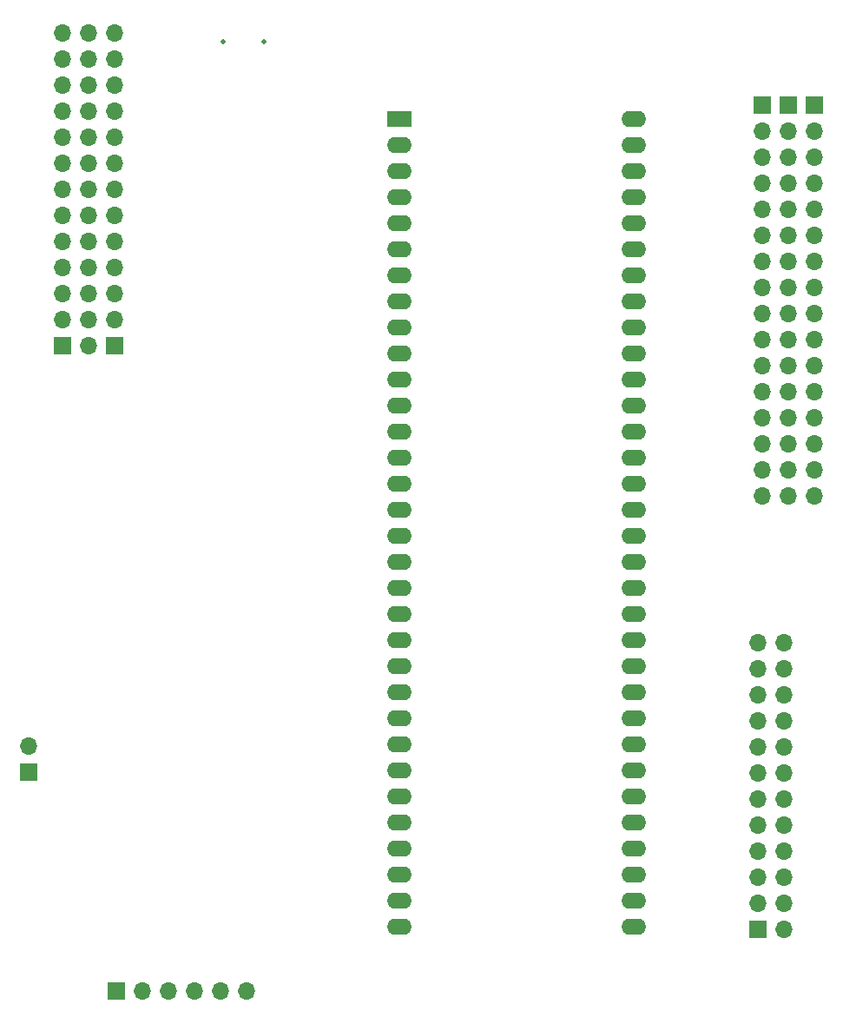
<source format=gbr>
%TF.GenerationSoftware,KiCad,Pcbnew,(5.1.10)-1*%
%TF.CreationDate,2021-07-16T13:20:40+01:00*%
%TF.ProjectId,PistormTester,50697374-6f72-46d5-9465-737465722e6b,rev?*%
%TF.SameCoordinates,Original*%
%TF.FileFunction,Soldermask,Bot*%
%TF.FilePolarity,Negative*%
%FSLAX46Y46*%
G04 Gerber Fmt 4.6, Leading zero omitted, Abs format (unit mm)*
G04 Created by KiCad (PCBNEW (5.1.10)-1) date 2021-07-16 13:20:40*
%MOMM*%
%LPD*%
G01*
G04 APERTURE LIST*
%ADD10O,2.400000X1.600000*%
%ADD11R,2.400000X1.600000*%
%ADD12R,1.700000X1.700000*%
%ADD13O,1.700000X1.700000*%
%ADD14C,0.500000*%
G04 APERTURE END LIST*
D10*
%TO.C,U2*%
X151714401Y-68300001D03*
X128854401Y-147040001D03*
X151714401Y-70840001D03*
X128854401Y-144500001D03*
X151714401Y-73380001D03*
X128854401Y-141960001D03*
X151714401Y-75920001D03*
X128854401Y-139420001D03*
X151714401Y-78460001D03*
X128854401Y-136880001D03*
X151714401Y-81000001D03*
X128854401Y-134340001D03*
X151714401Y-83540001D03*
X128854401Y-131800001D03*
X151714401Y-86080001D03*
X128854401Y-129260001D03*
X151714401Y-88620001D03*
X128854401Y-126720001D03*
X151714401Y-91160001D03*
X128854401Y-124180001D03*
X151714401Y-93700001D03*
X128854401Y-121640001D03*
X151714401Y-96240001D03*
X128854401Y-119100001D03*
X151714401Y-98780001D03*
X128854401Y-116560001D03*
X151714401Y-101320001D03*
X128854401Y-114020001D03*
X151714401Y-103860001D03*
X128854401Y-111480001D03*
X151714401Y-106400001D03*
X128854401Y-108940001D03*
X151714401Y-108940001D03*
X128854401Y-106400001D03*
X151714401Y-111480001D03*
X128854401Y-103860001D03*
X151714401Y-114020001D03*
X128854401Y-101320001D03*
X151714401Y-116560001D03*
X128854401Y-98780001D03*
X151714401Y-119100001D03*
X128854401Y-96240001D03*
X151714401Y-121640001D03*
X128854401Y-93700001D03*
X151714401Y-124180001D03*
X128854401Y-91160001D03*
X151714401Y-126720001D03*
X128854401Y-88620001D03*
X151714401Y-129260001D03*
X128854401Y-86080001D03*
X151714401Y-131800001D03*
X128854401Y-83540001D03*
X151714401Y-134340001D03*
X128854401Y-81000001D03*
X151714401Y-136880001D03*
X128854401Y-78460001D03*
X151714401Y-139420001D03*
X128854401Y-75920001D03*
X151714401Y-141960001D03*
X128854401Y-73380001D03*
X151714401Y-144500001D03*
X128854401Y-70840001D03*
X151714401Y-147040001D03*
D11*
X128854401Y-68300001D03*
%TD*%
D12*
%TO.C,J2*%
X163830000Y-147320000D03*
D13*
X166370000Y-147320000D03*
X163830000Y-144780000D03*
X166370000Y-144780000D03*
X163830000Y-142240000D03*
X166370000Y-142240000D03*
X163830000Y-139700000D03*
X166370000Y-139700000D03*
X163830000Y-137160000D03*
X166370000Y-137160000D03*
X163830000Y-134620000D03*
X166370000Y-134620000D03*
X163830000Y-132080000D03*
X166370000Y-132080000D03*
X163830000Y-129540000D03*
X166370000Y-129540000D03*
X163830000Y-127000000D03*
X166370000Y-127000000D03*
X163830000Y-124460000D03*
X166370000Y-124460000D03*
X163830000Y-121920000D03*
X166370000Y-121920000D03*
X163830000Y-119380000D03*
X166370000Y-119380000D03*
%TD*%
D14*
%TO.C,J1*%
X111665000Y-60755000D03*
X115665000Y-60755000D03*
%TD*%
D12*
%TO.C,J3*%
X101219000Y-153289000D03*
D13*
X103759000Y-153289000D03*
X106299000Y-153289000D03*
X108839000Y-153289000D03*
X111379000Y-153289000D03*
X113919000Y-153289000D03*
%TD*%
D12*
%TO.C,J4*%
X164211000Y-66929000D03*
D13*
X164211000Y-69469000D03*
X164211000Y-72009000D03*
X164211000Y-74549000D03*
X164211000Y-77089000D03*
X164211000Y-79629000D03*
X164211000Y-82169000D03*
X164211000Y-84709000D03*
X164211000Y-87249000D03*
X164211000Y-89789000D03*
X164211000Y-92329000D03*
X164211000Y-94869000D03*
X164211000Y-97409000D03*
X164211000Y-99949000D03*
X164211000Y-102489000D03*
X164211000Y-105029000D03*
%TD*%
D12*
%TO.C,J5*%
X166751000Y-66929000D03*
D13*
X166751000Y-69469000D03*
X166751000Y-72009000D03*
X166751000Y-74549000D03*
X166751000Y-77089000D03*
X166751000Y-79629000D03*
X166751000Y-82169000D03*
X166751000Y-84709000D03*
X166751000Y-87249000D03*
X166751000Y-89789000D03*
X166751000Y-92329000D03*
X166751000Y-94869000D03*
X166751000Y-97409000D03*
X166751000Y-99949000D03*
X166751000Y-102489000D03*
X166751000Y-105029000D03*
%TD*%
%TO.C,J6*%
X169291000Y-105029000D03*
X169291000Y-102489000D03*
X169291000Y-99949000D03*
X169291000Y-97409000D03*
X169291000Y-94869000D03*
X169291000Y-92329000D03*
X169291000Y-89789000D03*
X169291000Y-87249000D03*
X169291000Y-84709000D03*
X169291000Y-82169000D03*
X169291000Y-79629000D03*
X169291000Y-77089000D03*
X169291000Y-74549000D03*
X169291000Y-72009000D03*
X169291000Y-69469000D03*
D12*
X169291000Y-66929000D03*
%TD*%
%TO.C,J7*%
X96012000Y-90424000D03*
D13*
X98552000Y-90424000D03*
X96012000Y-87884000D03*
X98552000Y-87884000D03*
X96012000Y-85344000D03*
X98552000Y-85344000D03*
X96012000Y-82804000D03*
X98552000Y-82804000D03*
X96012000Y-80264000D03*
X98552000Y-80264000D03*
X96012000Y-77724000D03*
X98552000Y-77724000D03*
X96012000Y-75184000D03*
X98552000Y-75184000D03*
X96012000Y-72644000D03*
X98552000Y-72644000D03*
X96012000Y-70104000D03*
X98552000Y-70104000D03*
X96012000Y-67564000D03*
X98552000Y-67564000D03*
X96012000Y-65024000D03*
X98552000Y-65024000D03*
X96012000Y-62484000D03*
X98552000Y-62484000D03*
X96012000Y-59944000D03*
X98552000Y-59944000D03*
%TD*%
D12*
%TO.C,J8*%
X101092000Y-90424000D03*
D13*
X101092000Y-87884000D03*
X101092000Y-85344000D03*
X101092000Y-82804000D03*
X101092000Y-80264000D03*
X101092000Y-77724000D03*
X101092000Y-75184000D03*
X101092000Y-72644000D03*
X101092000Y-70104000D03*
X101092000Y-67564000D03*
X101092000Y-65024000D03*
X101092000Y-62484000D03*
X101092000Y-59944000D03*
%TD*%
D12*
%TO.C,J9*%
X92710000Y-131953000D03*
D13*
X92710000Y-129413000D03*
%TD*%
M02*

</source>
